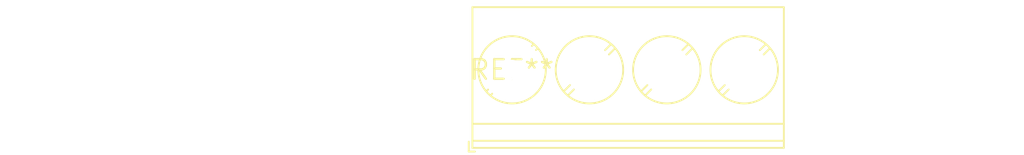
<source format=kicad_pcb>
(kicad_pcb (version 20240108) (generator pcbnew)
  (layers (0 "F.Cu" signal) (31 "B.Cu" signal) (34 "B.Paste" user) (35 "F.Paste" user) (36 "B.SilkS" user "B.Silkscreen") (37 "F.SilkS" user "F.Silkscreen") (38 "B.Mask" user) (39 "F.Mask" user) (44 "Edge.Cuts" user))
  (net 0 "")
  (footprint "TerminalBlock_Phoenix_PT-1,5-4-5.0-H_1x04_P5.00mm_Horizontal" (layer "F.Cu") (at 0 0)
    (property "Reference" "REF**")
    (property "Value" "TerminalBlock_Phoenix_PT-1,5-4-5.0-H_1x04_P5.00mm_Horizontal")
    (fp_line (start -2.8 4.66) (end -2.8 5.3) (layer "F.SilkS") (stroke (width 0.12)))
    (fp_line (start -2.8 5.3) (end -2.4 5.3) (layer "F.SilkS") (stroke (width 0.12)))
    (fp_line (start -2.56 -4.06) (end -2.56 5.06) (layer "F.SilkS") (stroke (width 0.12)))
    (fp_line (start -2.56 -4.06) (end 17.561 -4.06) (layer "F.SilkS") (stroke (width 0.12)))
    (fp_line (start -2.56 3.5) (end 17.561 3.5) (layer "F.SilkS") (stroke (width 0.12)))
    (fp_line (start -2.56 4.6) (end 17.561 4.6) (layer "F.SilkS") (stroke (width 0.12)))
    (fp_line (start -2.56 5.06) (end 17.561 5.06) (layer "F.SilkS") (stroke (width 0.12)))
    (fp_line (start -1.548 1.281) (end -1.654 1.388) (layer "F.SilkS") (stroke (width 0.12)))
    (fp_line (start -1.282 1.547) (end -1.388 1.654) (layer "F.SilkS") (stroke (width 0.12)))
    (fp_line (start 1.388 -1.654) (end 1.281 -1.547) (layer "F.SilkS") (stroke (width 0.12)))
    (fp_line (start 1.654 -1.388) (end 1.547 -1.281) (layer "F.SilkS") (stroke (width 0.12)))
    (fp_line (start 3.742 0.992) (end 3.347 1.388) (layer "F.SilkS") (stroke (width 0.12)))
    (fp_line (start 3.993 1.274) (end 3.613 1.654) (layer "F.SilkS") (stroke (width 0.12)))
    (fp_line (start 6.388 -1.654) (end 6.008 -1.274) (layer "F.SilkS") (stroke (width 0.12)))
    (fp_line (start 6.654 -1.388) (end 6.259 -0.992) (layer "F.SilkS") (stroke (width 0.12)))
    (fp_line (start 8.742 0.992) (end 8.347 1.388) (layer "F.SilkS") (stroke (width 0.12)))
    (fp_line (start 8.993 1.274) (end 8.613 1.654) (layer "F.SilkS") (stroke (width 0.12)))
    (fp_line (start 11.388 -1.654) (end 11.008 -1.274) (layer "F.SilkS") (stroke (width 0.12)))
    (fp_line (start 11.654 -1.388) (end 11.259 -0.992) (layer "F.SilkS") (stroke (width 0.12)))
    (fp_line (start 13.742 0.992) (end 13.347 1.388) (layer "F.SilkS") (stroke (width 0.12)))
    (fp_line (start 13.993 1.274) (end 13.613 1.654) (layer "F.SilkS") (stroke (width 0.12)))
    (fp_line (start 16.388 -1.654) (end 16.008 -1.274) (layer "F.SilkS") (stroke (width 0.12)))
    (fp_line (start 16.654 -1.388) (end 16.259 -0.992) (layer "F.SilkS") (stroke (width 0.12)))
    (fp_line (start 17.561 -4.06) (end 17.561 5.06) (layer "F.SilkS") (stroke (width 0.12)))
    (fp_circle (center 0 0) (end 2.18 0) (layer "F.SilkS") (stroke (width 0.12)) (fill none))
    (fp_circle (center 5 0) (end 7.18 0) (layer "F.SilkS") (stroke (width 0.12)) (fill none))
    (fp_circle (center 10 0) (end 12.18 0) (layer "F.SilkS") (stroke (width 0.12)) (fill none))
    (fp_circle (center 15 0) (end 17.18 0) (layer "F.SilkS") (stroke (width 0.12)) (fill none))
    (pad "1" thru_hole rect (at 0 0) (size 2.6 2.6) (drill 1.3) (layers *.Cu *.Mask) (remove_unused_layers))
    (pad "2" thru_hole circle (at 5 0) (size 2.6 2.6) (drill 1.3) (layers *.Cu *.Mask) (remove_unused_layers))
    (pad "3" thru_hole circle (at 10 0) (size 2.6 2.6) (drill 1.3) (layers *.Cu *.Mask) (remove_unused_layers))
    (pad "4" thru_hole circle (at 15 0) (size 2.6 2.6) (drill 1.3) (layers *.Cu *.Mask) (remove_unused_layers))
  )
)
</source>
